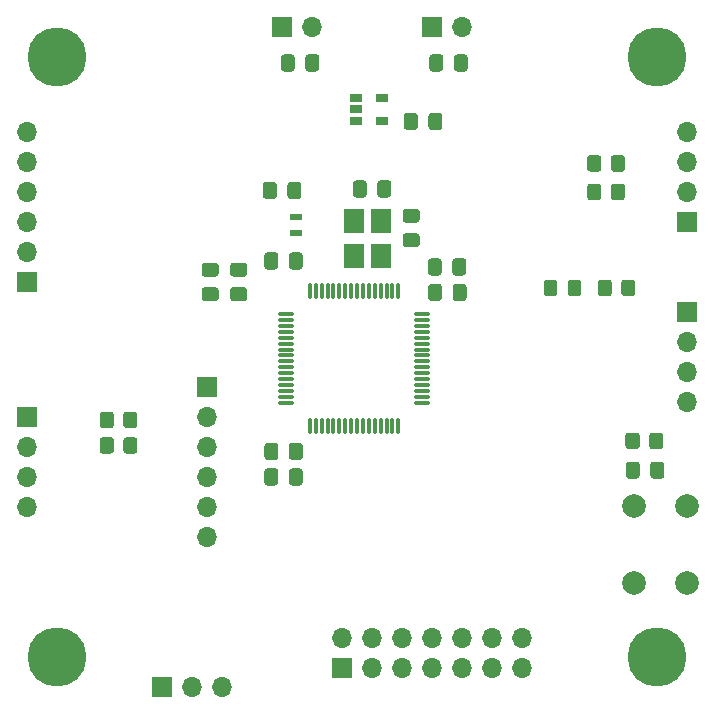
<source format=gts>
G04 #@! TF.GenerationSoftware,KiCad,Pcbnew,(5.1.8)-1*
G04 #@! TF.CreationDate,2021-07-24T22:41:55-07:00*
G04 #@! TF.ProjectId,MSP430 Breakout,4d535034-3330-4204-9272-65616b6f7574,rev?*
G04 #@! TF.SameCoordinates,Original*
G04 #@! TF.FileFunction,Soldermask,Top*
G04 #@! TF.FilePolarity,Negative*
%FSLAX46Y46*%
G04 Gerber Fmt 4.6, Leading zero omitted, Abs format (unit mm)*
G04 Created by KiCad (PCBNEW (5.1.8)-1) date 2021-07-24 22:41:55*
%MOMM*%
%LPD*%
G01*
G04 APERTURE LIST*
%ADD10O,0.299999X1.450000*%
%ADD11O,1.450000X0.299999*%
%ADD12O,1.700000X1.700000*%
%ADD13R,1.700000X1.700000*%
%ADD14C,2.000000*%
%ADD15R,1.060000X0.650000*%
%ADD16R,1.800000X2.100000*%
%ADD17C,0.800000*%
%ADD18C,5.000000*%
%ADD19R,1.100000X0.600000*%
G04 APERTURE END LIST*
G36*
G01*
X155034000Y-76004000D02*
X154084000Y-76004000D01*
G75*
G02*
X153834000Y-75754000I0J250000D01*
G01*
X153834000Y-75079000D01*
G75*
G02*
X154084000Y-74829000I250000J0D01*
G01*
X155034000Y-74829000D01*
G75*
G02*
X155284000Y-75079000I0J-250000D01*
G01*
X155284000Y-75754000D01*
G75*
G02*
X155034000Y-76004000I-250000J0D01*
G01*
G37*
G36*
G01*
X155034000Y-78079000D02*
X154084000Y-78079000D01*
G75*
G02*
X153834000Y-77829000I0J250000D01*
G01*
X153834000Y-77154000D01*
G75*
G02*
X154084000Y-76904000I250000J0D01*
G01*
X155034000Y-76904000D01*
G75*
G02*
X155284000Y-77154000I0J-250000D01*
G01*
X155284000Y-77829000D01*
G75*
G02*
X155034000Y-78079000I-250000J0D01*
G01*
G37*
D10*
X145983000Y-81778000D03*
X146482999Y-81778000D03*
X146983000Y-81778000D03*
X147482999Y-81778000D03*
X147983001Y-81778000D03*
X148483000Y-81778000D03*
X148982999Y-81778000D03*
X149483000Y-81778000D03*
X149983000Y-81778000D03*
X150483001Y-81778000D03*
X150983000Y-81778000D03*
X151482999Y-81778000D03*
X151983001Y-81778000D03*
X152483000Y-81778000D03*
X152983001Y-81778000D03*
X153483000Y-81778000D03*
D11*
X155458000Y-83753000D03*
X155458000Y-84252999D03*
X155458000Y-84753000D03*
X155458000Y-85252999D03*
X155458000Y-85753001D03*
X155458000Y-86253000D03*
X155458000Y-86752999D03*
X155458000Y-87253000D03*
X155458000Y-87753000D03*
X155458000Y-88253001D03*
X155458000Y-88753000D03*
X155458000Y-89252999D03*
X155458000Y-89753001D03*
X155458000Y-90253000D03*
X155458000Y-90753001D03*
X155458000Y-91253000D03*
D10*
X153483000Y-93228000D03*
X152983001Y-93228000D03*
X152483000Y-93228000D03*
X151983001Y-93228000D03*
X151482999Y-93228000D03*
X150983000Y-93228000D03*
X150483001Y-93228000D03*
X149983000Y-93228000D03*
X149483000Y-93228000D03*
X148982999Y-93228000D03*
X148483000Y-93228000D03*
X147983001Y-93228000D03*
X147482999Y-93228000D03*
X146983000Y-93228000D03*
X146482999Y-93228000D03*
X145983000Y-93228000D03*
D11*
X144008000Y-91253000D03*
X144008000Y-90753001D03*
X144008000Y-90253000D03*
X144008000Y-89753001D03*
X144008000Y-89252999D03*
X144008000Y-88753000D03*
X144008000Y-88253001D03*
X144008000Y-87753000D03*
X144008000Y-87253000D03*
X144008000Y-86752999D03*
X144008000Y-86253000D03*
X144008000Y-85753001D03*
X144008000Y-85252999D03*
X144008000Y-84753000D03*
X144008000Y-84252999D03*
X144008000Y-83753000D03*
G36*
G01*
X142012000Y-73754000D02*
X142012000Y-72804000D01*
G75*
G02*
X142262000Y-72554000I250000J0D01*
G01*
X142937000Y-72554000D01*
G75*
G02*
X143187000Y-72804000I0J-250000D01*
G01*
X143187000Y-73754000D01*
G75*
G02*
X142937000Y-74004000I-250000J0D01*
G01*
X142262000Y-74004000D01*
G75*
G02*
X142012000Y-73754000I0J250000D01*
G01*
G37*
G36*
G01*
X144087000Y-73754000D02*
X144087000Y-72804000D01*
G75*
G02*
X144337000Y-72554000I250000J0D01*
G01*
X145012000Y-72554000D01*
G75*
G02*
X145262000Y-72804000I0J-250000D01*
G01*
X145262000Y-73754000D01*
G75*
G02*
X145012000Y-74004000I-250000J0D01*
G01*
X144337000Y-74004000D01*
G75*
G02*
X144087000Y-73754000I0J250000D01*
G01*
G37*
G36*
G01*
X144214000Y-79723000D02*
X144214000Y-78773000D01*
G75*
G02*
X144464000Y-78523000I250000J0D01*
G01*
X145139000Y-78523000D01*
G75*
G02*
X145389000Y-78773000I0J-250000D01*
G01*
X145389000Y-79723000D01*
G75*
G02*
X145139000Y-79973000I-250000J0D01*
G01*
X144464000Y-79973000D01*
G75*
G02*
X144214000Y-79723000I0J250000D01*
G01*
G37*
G36*
G01*
X142139000Y-79723000D02*
X142139000Y-78773000D01*
G75*
G02*
X142389000Y-78523000I250000J0D01*
G01*
X143064000Y-78523000D01*
G75*
G02*
X143314000Y-78773000I0J-250000D01*
G01*
X143314000Y-79723000D01*
G75*
G02*
X143064000Y-79973000I-250000J0D01*
G01*
X142389000Y-79973000D01*
G75*
G02*
X142139000Y-79723000I0J250000D01*
G01*
G37*
G36*
G01*
X138016000Y-80576000D02*
X137066000Y-80576000D01*
G75*
G02*
X136816000Y-80326000I0J250000D01*
G01*
X136816000Y-79651000D01*
G75*
G02*
X137066000Y-79401000I250000J0D01*
G01*
X138016000Y-79401000D01*
G75*
G02*
X138266000Y-79651000I0J-250000D01*
G01*
X138266000Y-80326000D01*
G75*
G02*
X138016000Y-80576000I-250000J0D01*
G01*
G37*
G36*
G01*
X138016000Y-82651000D02*
X137066000Y-82651000D01*
G75*
G02*
X136816000Y-82401000I0J250000D01*
G01*
X136816000Y-81726000D01*
G75*
G02*
X137066000Y-81476000I250000J0D01*
G01*
X138016000Y-81476000D01*
G75*
G02*
X138266000Y-81726000I0J-250000D01*
G01*
X138266000Y-82401000D01*
G75*
G02*
X138016000Y-82651000I-250000J0D01*
G01*
G37*
G36*
G01*
X157157000Y-79281000D02*
X157157000Y-80231000D01*
G75*
G02*
X156907000Y-80481000I-250000J0D01*
G01*
X156232000Y-80481000D01*
G75*
G02*
X155982000Y-80231000I0J250000D01*
G01*
X155982000Y-79281000D01*
G75*
G02*
X156232000Y-79031000I250000J0D01*
G01*
X156907000Y-79031000D01*
G75*
G02*
X157157000Y-79281000I0J-250000D01*
G01*
G37*
G36*
G01*
X159232000Y-79281000D02*
X159232000Y-80231000D01*
G75*
G02*
X158982000Y-80481000I-250000J0D01*
G01*
X158307000Y-80481000D01*
G75*
G02*
X158057000Y-80231000I0J250000D01*
G01*
X158057000Y-79281000D01*
G75*
G02*
X158307000Y-79031000I250000J0D01*
G01*
X158982000Y-79031000D01*
G75*
G02*
X159232000Y-79281000I0J-250000D01*
G01*
G37*
G36*
G01*
X144214000Y-98011000D02*
X144214000Y-97061000D01*
G75*
G02*
X144464000Y-96811000I250000J0D01*
G01*
X145139000Y-96811000D01*
G75*
G02*
X145389000Y-97061000I0J-250000D01*
G01*
X145389000Y-98011000D01*
G75*
G02*
X145139000Y-98261000I-250000J0D01*
G01*
X144464000Y-98261000D01*
G75*
G02*
X144214000Y-98011000I0J250000D01*
G01*
G37*
G36*
G01*
X142139000Y-98011000D02*
X142139000Y-97061000D01*
G75*
G02*
X142389000Y-96811000I250000J0D01*
G01*
X143064000Y-96811000D01*
G75*
G02*
X143314000Y-97061000I0J-250000D01*
G01*
X143314000Y-98011000D01*
G75*
G02*
X143064000Y-98261000I-250000J0D01*
G01*
X142389000Y-98261000D01*
G75*
G02*
X142139000Y-98011000I0J250000D01*
G01*
G37*
G36*
G01*
X149632000Y-73627000D02*
X149632000Y-72677000D01*
G75*
G02*
X149882000Y-72427000I250000J0D01*
G01*
X150557000Y-72427000D01*
G75*
G02*
X150807000Y-72677000I0J-250000D01*
G01*
X150807000Y-73627000D01*
G75*
G02*
X150557000Y-73877000I-250000J0D01*
G01*
X149882000Y-73877000D01*
G75*
G02*
X149632000Y-73627000I0J250000D01*
G01*
G37*
G36*
G01*
X151707000Y-73627000D02*
X151707000Y-72677000D01*
G75*
G02*
X151957000Y-72427000I250000J0D01*
G01*
X152632000Y-72427000D01*
G75*
G02*
X152882000Y-72677000I0J-250000D01*
G01*
X152882000Y-73627000D01*
G75*
G02*
X152632000Y-73877000I-250000J0D01*
G01*
X151957000Y-73877000D01*
G75*
G02*
X151707000Y-73627000I0J250000D01*
G01*
G37*
G36*
G01*
X140429000Y-82651000D02*
X139479000Y-82651000D01*
G75*
G02*
X139229000Y-82401000I0J250000D01*
G01*
X139229000Y-81726000D01*
G75*
G02*
X139479000Y-81476000I250000J0D01*
G01*
X140429000Y-81476000D01*
G75*
G02*
X140679000Y-81726000I0J-250000D01*
G01*
X140679000Y-82401000D01*
G75*
G02*
X140429000Y-82651000I-250000J0D01*
G01*
G37*
G36*
G01*
X140429000Y-80576000D02*
X139479000Y-80576000D01*
G75*
G02*
X139229000Y-80326000I0J250000D01*
G01*
X139229000Y-79651000D01*
G75*
G02*
X139479000Y-79401000I250000J0D01*
G01*
X140429000Y-79401000D01*
G75*
G02*
X140679000Y-79651000I0J-250000D01*
G01*
X140679000Y-80326000D01*
G75*
G02*
X140429000Y-80576000I-250000J0D01*
G01*
G37*
G36*
G01*
X159253500Y-81440000D02*
X159253500Y-82390000D01*
G75*
G02*
X159003500Y-82640000I-250000J0D01*
G01*
X158328500Y-82640000D01*
G75*
G02*
X158078500Y-82390000I0J250000D01*
G01*
X158078500Y-81440000D01*
G75*
G02*
X158328500Y-81190000I250000J0D01*
G01*
X159003500Y-81190000D01*
G75*
G02*
X159253500Y-81440000I0J-250000D01*
G01*
G37*
G36*
G01*
X157178500Y-81440000D02*
X157178500Y-82390000D01*
G75*
G02*
X156928500Y-82640000I-250000J0D01*
G01*
X156253500Y-82640000D01*
G75*
G02*
X156003500Y-82390000I0J250000D01*
G01*
X156003500Y-81440000D01*
G75*
G02*
X156253500Y-81190000I250000J0D01*
G01*
X156928500Y-81190000D01*
G75*
G02*
X157178500Y-81440000I0J-250000D01*
G01*
G37*
G36*
G01*
X142139000Y-95852000D02*
X142139000Y-94902000D01*
G75*
G02*
X142389000Y-94652000I250000J0D01*
G01*
X143064000Y-94652000D01*
G75*
G02*
X143314000Y-94902000I0J-250000D01*
G01*
X143314000Y-95852000D01*
G75*
G02*
X143064000Y-96102000I-250000J0D01*
G01*
X142389000Y-96102000D01*
G75*
G02*
X142139000Y-95852000I0J250000D01*
G01*
G37*
G36*
G01*
X144214000Y-95852000D02*
X144214000Y-94902000D01*
G75*
G02*
X144464000Y-94652000I250000J0D01*
G01*
X145139000Y-94652000D01*
G75*
G02*
X145389000Y-94902000I0J-250000D01*
G01*
X145389000Y-95852000D01*
G75*
G02*
X145139000Y-96102000I-250000J0D01*
G01*
X144464000Y-96102000D01*
G75*
G02*
X144214000Y-95852000I0J250000D01*
G01*
G37*
G36*
G01*
X145611000Y-62959000D02*
X145611000Y-62009000D01*
G75*
G02*
X145861000Y-61759000I250000J0D01*
G01*
X146536000Y-61759000D01*
G75*
G02*
X146786000Y-62009000I0J-250000D01*
G01*
X146786000Y-62959000D01*
G75*
G02*
X146536000Y-63209000I-250000J0D01*
G01*
X145861000Y-63209000D01*
G75*
G02*
X145611000Y-62959000I0J250000D01*
G01*
G37*
G36*
G01*
X143536000Y-62959000D02*
X143536000Y-62009000D01*
G75*
G02*
X143786000Y-61759000I250000J0D01*
G01*
X144461000Y-61759000D01*
G75*
G02*
X144711000Y-62009000I0J-250000D01*
G01*
X144711000Y-62959000D01*
G75*
G02*
X144461000Y-63209000I-250000J0D01*
G01*
X143786000Y-63209000D01*
G75*
G02*
X143536000Y-62959000I0J250000D01*
G01*
G37*
G36*
G01*
X172746000Y-97439500D02*
X172746000Y-96489500D01*
G75*
G02*
X172996000Y-96239500I250000J0D01*
G01*
X173671000Y-96239500D01*
G75*
G02*
X173921000Y-96489500I0J-250000D01*
G01*
X173921000Y-97439500D01*
G75*
G02*
X173671000Y-97689500I-250000J0D01*
G01*
X172996000Y-97689500D01*
G75*
G02*
X172746000Y-97439500I0J250000D01*
G01*
G37*
G36*
G01*
X174821000Y-97439500D02*
X174821000Y-96489500D01*
G75*
G02*
X175071000Y-96239500I250000J0D01*
G01*
X175746000Y-96239500D01*
G75*
G02*
X175996000Y-96489500I0J-250000D01*
G01*
X175996000Y-97439500D01*
G75*
G02*
X175746000Y-97689500I-250000J0D01*
G01*
X175071000Y-97689500D01*
G75*
G02*
X174821000Y-97439500I0J250000D01*
G01*
G37*
G36*
G01*
X156109000Y-62959000D02*
X156109000Y-62009000D01*
G75*
G02*
X156359000Y-61759000I250000J0D01*
G01*
X157034000Y-61759000D01*
G75*
G02*
X157284000Y-62009000I0J-250000D01*
G01*
X157284000Y-62959000D01*
G75*
G02*
X157034000Y-63209000I-250000J0D01*
G01*
X156359000Y-63209000D01*
G75*
G02*
X156109000Y-62959000I0J250000D01*
G01*
G37*
G36*
G01*
X158184000Y-62959000D02*
X158184000Y-62009000D01*
G75*
G02*
X158434000Y-61759000I250000J0D01*
G01*
X159109000Y-61759000D01*
G75*
G02*
X159359000Y-62009000I0J-250000D01*
G01*
X159359000Y-62959000D01*
G75*
G02*
X159109000Y-63209000I-250000J0D01*
G01*
X158434000Y-63209000D01*
G75*
G02*
X158184000Y-62959000I0J250000D01*
G01*
G37*
G36*
G01*
X156025000Y-67912000D02*
X156025000Y-66962000D01*
G75*
G02*
X156275000Y-66712000I250000J0D01*
G01*
X156950000Y-66712000D01*
G75*
G02*
X157200000Y-66962000I0J-250000D01*
G01*
X157200000Y-67912000D01*
G75*
G02*
X156950000Y-68162000I-250000J0D01*
G01*
X156275000Y-68162000D01*
G75*
G02*
X156025000Y-67912000I0J250000D01*
G01*
G37*
G36*
G01*
X153950000Y-67912000D02*
X153950000Y-66962000D01*
G75*
G02*
X154200000Y-66712000I250000J0D01*
G01*
X154875000Y-66712000D01*
G75*
G02*
X155125000Y-66962000I0J-250000D01*
G01*
X155125000Y-67912000D01*
G75*
G02*
X154875000Y-68162000I-250000J0D01*
G01*
X154200000Y-68162000D01*
G75*
G02*
X153950000Y-67912000I0J250000D01*
G01*
G37*
D12*
X122047000Y-68326000D03*
X122047000Y-70866000D03*
X122047000Y-73406000D03*
X122047000Y-75946000D03*
X122047000Y-78486000D03*
D13*
X122047000Y-81026000D03*
X137287000Y-89916000D03*
D12*
X137287000Y-92456000D03*
X137287000Y-94996000D03*
X137287000Y-97536000D03*
X137287000Y-100076000D03*
X137287000Y-102616000D03*
D13*
X122047000Y-92456000D03*
D12*
X122047000Y-94996000D03*
X122047000Y-97536000D03*
X122047000Y-100076000D03*
D13*
X133477000Y-115316000D03*
D12*
X136017000Y-115316000D03*
X138557000Y-115316000D03*
D13*
X148717000Y-113728500D03*
D12*
X148717000Y-111188500D03*
X151257000Y-113728500D03*
X151257000Y-111188500D03*
X153797000Y-113728500D03*
X153797000Y-111188500D03*
X156337000Y-113728500D03*
X156337000Y-111188500D03*
X158877000Y-113728500D03*
X158877000Y-111188500D03*
X161417000Y-113728500D03*
X161417000Y-111188500D03*
X163957000Y-113728500D03*
X163957000Y-111188500D03*
D13*
X143637000Y-59436000D03*
D12*
X146177000Y-59436000D03*
G36*
G01*
X169469000Y-73856001D02*
X169469000Y-72955999D01*
G75*
G02*
X169718999Y-72706000I249999J0D01*
G01*
X170419001Y-72706000D01*
G75*
G02*
X170669000Y-72955999I0J-249999D01*
G01*
X170669000Y-73856001D01*
G75*
G02*
X170419001Y-74106000I-249999J0D01*
G01*
X169718999Y-74106000D01*
G75*
G02*
X169469000Y-73856001I0J249999D01*
G01*
G37*
G36*
G01*
X171469000Y-73856001D02*
X171469000Y-72955999D01*
G75*
G02*
X171718999Y-72706000I249999J0D01*
G01*
X172419001Y-72706000D01*
G75*
G02*
X172669000Y-72955999I0J-249999D01*
G01*
X172669000Y-73856001D01*
G75*
G02*
X172419001Y-74106000I-249999J0D01*
G01*
X171718999Y-74106000D01*
G75*
G02*
X171469000Y-73856001I0J249999D01*
G01*
G37*
G36*
G01*
X171469000Y-71443001D02*
X171469000Y-70542999D01*
G75*
G02*
X171718999Y-70293000I249999J0D01*
G01*
X172419001Y-70293000D01*
G75*
G02*
X172669000Y-70542999I0J-249999D01*
G01*
X172669000Y-71443001D01*
G75*
G02*
X172419001Y-71693000I-249999J0D01*
G01*
X171718999Y-71693000D01*
G75*
G02*
X171469000Y-71443001I0J249999D01*
G01*
G37*
G36*
G01*
X169469000Y-71443001D02*
X169469000Y-70542999D01*
G75*
G02*
X169718999Y-70293000I249999J0D01*
G01*
X170419001Y-70293000D01*
G75*
G02*
X170669000Y-70542999I0J-249999D01*
G01*
X170669000Y-71443001D01*
G75*
G02*
X170419001Y-71693000I-249999J0D01*
G01*
X169718999Y-71693000D01*
G75*
G02*
X169469000Y-71443001I0J249999D01*
G01*
G37*
G36*
G01*
X130194000Y-93160001D02*
X130194000Y-92259999D01*
G75*
G02*
X130443999Y-92010000I249999J0D01*
G01*
X131144001Y-92010000D01*
G75*
G02*
X131394000Y-92259999I0J-249999D01*
G01*
X131394000Y-93160001D01*
G75*
G02*
X131144001Y-93410000I-249999J0D01*
G01*
X130443999Y-93410000D01*
G75*
G02*
X130194000Y-93160001I0J249999D01*
G01*
G37*
G36*
G01*
X128194000Y-93160001D02*
X128194000Y-92259999D01*
G75*
G02*
X128443999Y-92010000I249999J0D01*
G01*
X129144001Y-92010000D01*
G75*
G02*
X129394000Y-92259999I0J-249999D01*
G01*
X129394000Y-93160001D01*
G75*
G02*
X129144001Y-93410000I-249999J0D01*
G01*
X128443999Y-93410000D01*
G75*
G02*
X128194000Y-93160001I0J249999D01*
G01*
G37*
G36*
G01*
X128194000Y-95319001D02*
X128194000Y-94418999D01*
G75*
G02*
X128443999Y-94169000I249999J0D01*
G01*
X129144001Y-94169000D01*
G75*
G02*
X129394000Y-94418999I0J-249999D01*
G01*
X129394000Y-95319001D01*
G75*
G02*
X129144001Y-95569000I-249999J0D01*
G01*
X128443999Y-95569000D01*
G75*
G02*
X128194000Y-95319001I0J249999D01*
G01*
G37*
G36*
G01*
X130194000Y-95319001D02*
X130194000Y-94418999D01*
G75*
G02*
X130443999Y-94169000I249999J0D01*
G01*
X131144001Y-94169000D01*
G75*
G02*
X131394000Y-94418999I0J-249999D01*
G01*
X131394000Y-95319001D01*
G75*
G02*
X131144001Y-95569000I-249999J0D01*
G01*
X130443999Y-95569000D01*
G75*
G02*
X130194000Y-95319001I0J249999D01*
G01*
G37*
G36*
G01*
X175907500Y-94037999D02*
X175907500Y-94938001D01*
G75*
G02*
X175657501Y-95188000I-249999J0D01*
G01*
X174957499Y-95188000D01*
G75*
G02*
X174707500Y-94938001I0J249999D01*
G01*
X174707500Y-94037999D01*
G75*
G02*
X174957499Y-93788000I249999J0D01*
G01*
X175657501Y-93788000D01*
G75*
G02*
X175907500Y-94037999I0J-249999D01*
G01*
G37*
G36*
G01*
X173907500Y-94037999D02*
X173907500Y-94938001D01*
G75*
G02*
X173657501Y-95188000I-249999J0D01*
G01*
X172957499Y-95188000D01*
G75*
G02*
X172707500Y-94938001I0J249999D01*
G01*
X172707500Y-94037999D01*
G75*
G02*
X172957499Y-93788000I249999J0D01*
G01*
X173657501Y-93788000D01*
G75*
G02*
X173907500Y-94037999I0J-249999D01*
G01*
G37*
G36*
G01*
X172358000Y-81984001D02*
X172358000Y-81083999D01*
G75*
G02*
X172607999Y-80834000I249999J0D01*
G01*
X173308001Y-80834000D01*
G75*
G02*
X173558000Y-81083999I0J-249999D01*
G01*
X173558000Y-81984001D01*
G75*
G02*
X173308001Y-82234000I-249999J0D01*
G01*
X172607999Y-82234000D01*
G75*
G02*
X172358000Y-81984001I0J249999D01*
G01*
G37*
G36*
G01*
X170358000Y-81984001D02*
X170358000Y-81083999D01*
G75*
G02*
X170607999Y-80834000I249999J0D01*
G01*
X171308001Y-80834000D01*
G75*
G02*
X171558000Y-81083999I0J-249999D01*
G01*
X171558000Y-81984001D01*
G75*
G02*
X171308001Y-82234000I-249999J0D01*
G01*
X170607999Y-82234000D01*
G75*
G02*
X170358000Y-81984001I0J249999D01*
G01*
G37*
D14*
X177918500Y-106489500D03*
X173418500Y-106489500D03*
X177918500Y-99989500D03*
X173418500Y-99989500D03*
D15*
X149903000Y-65471000D03*
X149903000Y-66421000D03*
X149903000Y-67371000D03*
X152103000Y-67371000D03*
X152103000Y-65471000D03*
D16*
X152026000Y-78793000D03*
X152026000Y-75893000D03*
X149726000Y-75893000D03*
X149726000Y-78793000D03*
G36*
G01*
X168986000Y-81083999D02*
X168986000Y-81984001D01*
G75*
G02*
X168736001Y-82234000I-249999J0D01*
G01*
X168085999Y-82234000D01*
G75*
G02*
X167836000Y-81984001I0J249999D01*
G01*
X167836000Y-81083999D01*
G75*
G02*
X168085999Y-80834000I249999J0D01*
G01*
X168736001Y-80834000D01*
G75*
G02*
X168986000Y-81083999I0J-249999D01*
G01*
G37*
G36*
G01*
X166936000Y-81083999D02*
X166936000Y-81984001D01*
G75*
G02*
X166686001Y-82234000I-249999J0D01*
G01*
X166035999Y-82234000D01*
G75*
G02*
X165786000Y-81984001I0J249999D01*
G01*
X165786000Y-81083999D01*
G75*
G02*
X166035999Y-80834000I249999J0D01*
G01*
X166686001Y-80834000D01*
G75*
G02*
X166936000Y-81083999I0J-249999D01*
G01*
G37*
D13*
X156337000Y-59436000D03*
D12*
X158877000Y-59436000D03*
D17*
X125912825Y-60650175D03*
X124587000Y-60101000D03*
X123261175Y-60650175D03*
X122712000Y-61976000D03*
X123261175Y-63301825D03*
X124587000Y-63851000D03*
X125912825Y-63301825D03*
X126462000Y-61976000D03*
D18*
X124587000Y-61976000D03*
X124587000Y-112776000D03*
D17*
X126462000Y-112776000D03*
X125912825Y-114101825D03*
X124587000Y-114651000D03*
X123261175Y-114101825D03*
X122712000Y-112776000D03*
X123261175Y-111450175D03*
X124587000Y-110901000D03*
X125912825Y-111450175D03*
X176712825Y-60650175D03*
X175387000Y-60101000D03*
X174061175Y-60650175D03*
X173512000Y-61976000D03*
X174061175Y-63301825D03*
X175387000Y-63851000D03*
X176712825Y-63301825D03*
X177262000Y-61976000D03*
D18*
X175387000Y-61976000D03*
X175387000Y-112776000D03*
D17*
X177262000Y-112776000D03*
X176712825Y-114101825D03*
X175387000Y-114651000D03*
X174061175Y-114101825D03*
X173512000Y-112776000D03*
X174061175Y-111450175D03*
X175387000Y-110901000D03*
X176712825Y-111450175D03*
D12*
X177927000Y-68326000D03*
X177927000Y-70866000D03*
X177927000Y-73406000D03*
D13*
X177927000Y-75946000D03*
X177927000Y-83566000D03*
D12*
X177927000Y-86106000D03*
X177927000Y-88646000D03*
X177927000Y-91186000D03*
D19*
X144843500Y-76900000D03*
X144843500Y-75500000D03*
M02*

</source>
